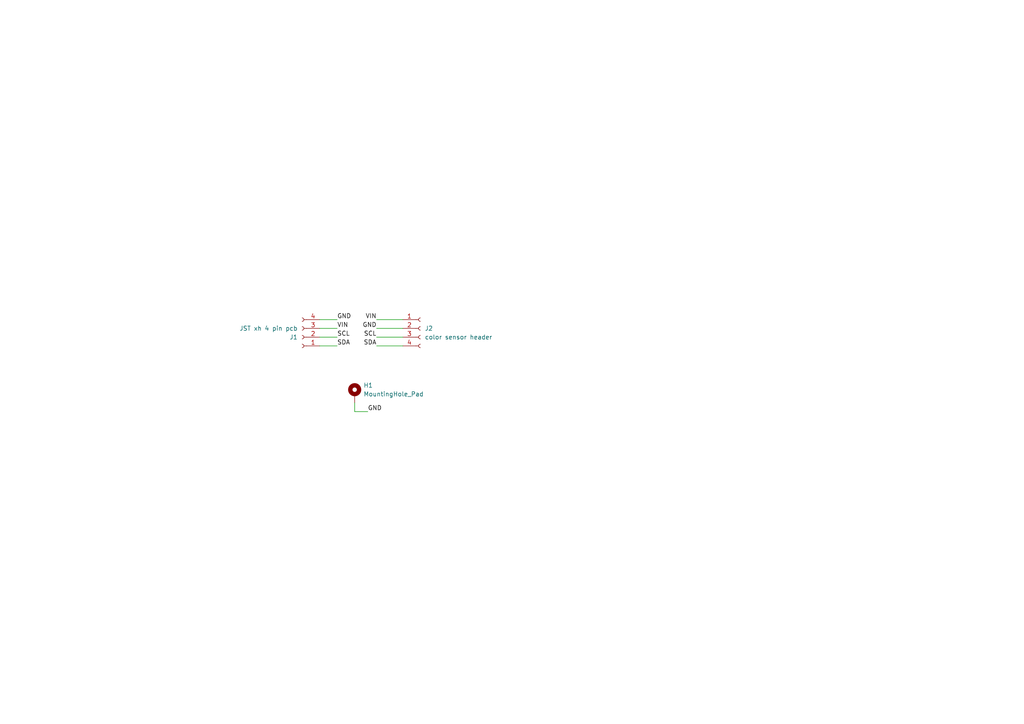
<source format=kicad_sch>
(kicad_sch (version 20231120) (generator "eeschema") (generator_version "8.0")
  (paper "A4")
  (lib_symbols
    (symbol "Connector:Conn_01x04_Socket" (pin_names (offset 1.016) hide)
      (property "Reference" "J" (at 0 5.08 0))
      (property "Value" "Conn_01x04_Socket" (at 0 -7.62 0))
      (symbol "Conn_01x04_Socket_1_1"
        (arc (start 0 -4.572) (mid -0.5058 -5.08) (end 0 -5.588) (stroke (width 0.1524)))
        (arc (start 0 -2.032) (mid -0.5058 -2.54) (end 0 -3.048) (stroke (width 0.1524)))
        (polyline (pts (xy -1.27 -5.08) (xy -0.508 -5.08)) (stroke (width 0.1524)))
        (polyline (pts (xy -1.27 -2.54) (xy -0.508 -2.54)) (stroke (width 0.1524)))
        (polyline (pts (xy -1.27 0) (xy -0.508 0)) (stroke (width 0.1524)))
        (polyline (pts (xy -1.27 2.54) (xy -0.508 2.54)) (stroke (width 0.1524)))
        (arc (start 0 0.508) (mid -0.5058 0) (end 0 -0.508) (stroke (width 0.1524)))
        (arc (start 0 3.048) (mid -0.5058 2.54) (end 0 2.032) (stroke (width 0.1524)))
        (pin passive line (at -5.08 2.54 0) (length 3.81) (name "Pin_1") (number "1"))
        (pin passive line (at -5.08 0 0) (length 3.81) (name "Pin_2") (number "2"))
        (pin passive line (at -5.08 -2.54 0) (length 3.81) (name "Pin_3") (number "3"))
        (pin passive line (at -5.08 -5.08 0) (length 3.81) (name "Pin_4") (number "4"))
      )
    )
    (symbol "Mechanical:MountingHole_Pad" (pin_numbers hide) (pin_names (offset 1.016) hide) (exclude_from_sim yes) (in_bom no)
      (property "Reference" "H" (at 0 6.35 0))
      (property "Value" "MountingHole_Pad" (at 0 4.445 0))
      (symbol "MountingHole_Pad_0_1"
        (circle (center 0 1.27) (radius 1.27) (stroke (width 1.27)))
      )
      (symbol "MountingHole_Pad_1_1"
        (pin input line (at 0 -2.54 90) (length 2.54) (name "1") (number "1"))
      )
    )
  )
  (wire (pts (xy 109.22 92.71) (xy 116.84 92.71)))
  (wire (pts (xy 109.22 100.33) (xy 116.84 100.33)))
  (wire (pts (xy 106.68 119.38) (xy 102.87 119.38)))
  (wire (pts (xy 109.22 95.25) (xy 116.84 95.25)))
  (wire (pts (xy 97.79 100.33) (xy 92.71 100.33)))
  (wire (pts (xy 109.22 97.79) (xy 116.84 97.79)))
  (wire (pts (xy 102.87 119.38) (xy 102.87 116.84)))
  (wire (pts (xy 97.79 95.25) (xy 92.71 95.25)))
  (wire (pts (xy 97.79 97.79) (xy 92.71 97.79)))
  (wire (pts (xy 97.79 92.71) (xy 92.71 92.71)))
  (label "VIN" (at 97.79 95.25 0))
  (label "GND" (at 97.79 92.71 0))
  (label "SCL" (at 97.79 97.79 0))
  (label "SCL" (at 109.22 97.79 180))
  (label "SDA" (at 97.79 100.33 0))
  (label "GND" (at 109.22 95.25 180))
  (label "SDA" (at 109.22 100.33 180))
  (label "VIN" (at 109.22 92.71 180))
  (label "GND" (at 106.68 119.38 0))
  (symbol (lib_id "Connector:Conn_01x04_Socket") (at 121.92 95.25 0) (unit 1)
    (property "Reference" "J2" (at 123.19 95.2499 0) (effects (justify left)))
    (property "Value" "color sensor header" (at 123.19 97.7899 0) (effects (justify left)))
    (property "Footprint" "Connector_PinSocket_2.54mm:PinSocket_1x04_P2.54mm_Vertical" (effects (hide yes)))
    (property "Description" "Generic connector, single row, 01x04, script generated" (effects (hide yes)))
  )
  (symbol (lib_id "Mechanical:MountingHole_Pad") (at 102.87 114.3 0) (unit 1) (exclude_from_sim yes) (in_bom no)
    (property "Reference" "H1" (at 105.41 111.7599 0) (effects (justify left)))
    (property "Value" "MountingHole_Pad" (at 105.41 114.2999 0) (effects (justify left)))
    (property "Footprint" "MountingHole:MountingHole_2.7mm_Pad" (effects (hide yes)))
    (property "Description" "Mounting Hole with connection" (effects (hide yes)))
  )
  (symbol (lib_id "Connector:Conn_01x04_Socket") (at 87.63 97.79 180) (unit 1)
    (property "Reference" "J1" (at 86.36 97.7901 0) (effects (justify left)))
    (property "Value" "JST xh 4 pin pcb" (at 86.36 95.2501 0) (effects (justify left)))
    (property "Footprint" "Connector_JST:JST_XH_B4B-XH-A_1x04_P2.50mm_Vertical" (effects (hide yes)))
    (property "Description" "Generic connector, single row, 01x04, script generated" (effects (hide yes)))
  )
)
</source>
